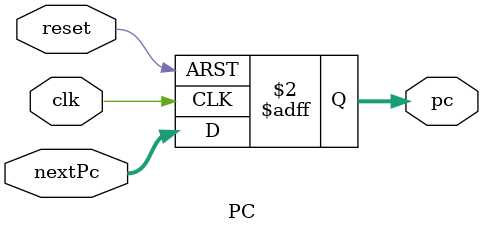
<source format=v>
module PC(
    input wire clk,
    input wire reset,
    input wire [31:0] nextPc,  // Endereço da próxima instrução
    output reg [31:0] pc       // Endereço atual
);

    always @(posedge clk or posedge reset) begin
        if (reset) begin
            pc <= 32'b0;  // Inicializa o PC com 0 em caso de reset
        end else begin
            pc <= nextPc; // Atualiza o PC com o próximo endereço
        end
    end

endmodule

</source>
